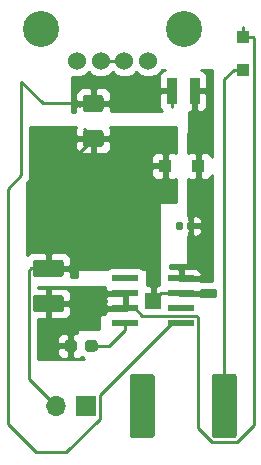
<source format=gbr>
G04 #@! TF.GenerationSoftware,KiCad,Pcbnew,(5.0.0-3-g5ebb6b6)*
G04 #@! TF.CreationDate,2018-10-03T13:59:26-07:00*
G04 #@! TF.ProjectId,Phone Charger,50686F6E6520436861726765722E6B69,rev?*
G04 #@! TF.SameCoordinates,Original*
G04 #@! TF.FileFunction,Copper,L1,Top,Signal*
G04 #@! TF.FilePolarity,Positive*
%FSLAX46Y46*%
G04 Gerber Fmt 4.6, Leading zero omitted, Abs format (unit mm)*
G04 Created by KiCad (PCBNEW (5.0.0-3-g5ebb6b6)) date Wednesday, October 03, 2018 at 01:59:26 PM*
%MOMM*%
%LPD*%
G01*
G04 APERTURE LIST*
G04 #@! TA.AperFunction,Conductor*
%ADD10C,0.100000*%
G04 #@! TD*
G04 #@! TA.AperFunction,SMDPad,CuDef*
%ADD11C,0.590000*%
G04 #@! TD*
G04 #@! TA.AperFunction,SMDPad,CuDef*
%ADD12C,1.425000*%
G04 #@! TD*
G04 #@! TA.AperFunction,ComponentPad*
%ADD13R,1.700000X1.700000*%
G04 #@! TD*
G04 #@! TA.AperFunction,ComponentPad*
%ADD14O,1.700000X1.700000*%
G04 #@! TD*
G04 #@! TA.AperFunction,ComponentPad*
%ADD15C,1.524000*%
G04 #@! TD*
G04 #@! TA.AperFunction,ComponentPad*
%ADD16C,3.048000*%
G04 #@! TD*
G04 #@! TA.AperFunction,SMDPad,CuDef*
%ADD17R,1.100000X1.100000*%
G04 #@! TD*
G04 #@! TA.AperFunction,SMDPad,CuDef*
%ADD18C,2.100000*%
G04 #@! TD*
G04 #@! TA.AperFunction,SMDPad,CuDef*
%ADD19R,0.850000X2.300000*%
G04 #@! TD*
G04 #@! TA.AperFunction,SMDPad,CuDef*
%ADD20C,0.950000*%
G04 #@! TD*
G04 #@! TA.AperFunction,SMDPad,CuDef*
%ADD21R,2.184400X0.558800*%
G04 #@! TD*
G04 #@! TA.AperFunction,SMDPad,CuDef*
%ADD22R,1.400000X1.400000*%
G04 #@! TD*
G04 #@! TA.AperFunction,ViaPad*
%ADD23C,0.800000*%
G04 #@! TD*
G04 #@! TA.AperFunction,Conductor*
%ADD24C,0.250000*%
G04 #@! TD*
G04 #@! TA.AperFunction,Conductor*
%ADD25C,0.254000*%
G04 #@! TD*
G04 APERTURE END LIST*
D10*
G04 #@! TO.N,Net-(C2-Pad1)*
G04 #@! TO.C,C2*
G36*
X153496958Y-93660710D02*
X153511276Y-93662834D01*
X153525317Y-93666351D01*
X153538946Y-93671228D01*
X153552031Y-93677417D01*
X153564447Y-93684858D01*
X153576073Y-93693481D01*
X153586798Y-93703202D01*
X153596519Y-93713927D01*
X153605142Y-93725553D01*
X153612583Y-93737969D01*
X153618772Y-93751054D01*
X153623649Y-93764683D01*
X153627166Y-93778724D01*
X153629290Y-93793042D01*
X153630000Y-93807500D01*
X153630000Y-94152500D01*
X153629290Y-94166958D01*
X153627166Y-94181276D01*
X153623649Y-94195317D01*
X153618772Y-94208946D01*
X153612583Y-94222031D01*
X153605142Y-94234447D01*
X153596519Y-94246073D01*
X153586798Y-94256798D01*
X153576073Y-94266519D01*
X153564447Y-94275142D01*
X153552031Y-94282583D01*
X153538946Y-94288772D01*
X153525317Y-94293649D01*
X153511276Y-94297166D01*
X153496958Y-94299290D01*
X153482500Y-94300000D01*
X153187500Y-94300000D01*
X153173042Y-94299290D01*
X153158724Y-94297166D01*
X153144683Y-94293649D01*
X153131054Y-94288772D01*
X153117969Y-94282583D01*
X153105553Y-94275142D01*
X153093927Y-94266519D01*
X153083202Y-94256798D01*
X153073481Y-94246073D01*
X153064858Y-94234447D01*
X153057417Y-94222031D01*
X153051228Y-94208946D01*
X153046351Y-94195317D01*
X153042834Y-94181276D01*
X153040710Y-94166958D01*
X153040000Y-94152500D01*
X153040000Y-93807500D01*
X153040710Y-93793042D01*
X153042834Y-93778724D01*
X153046351Y-93764683D01*
X153051228Y-93751054D01*
X153057417Y-93737969D01*
X153064858Y-93725553D01*
X153073481Y-93713927D01*
X153083202Y-93703202D01*
X153093927Y-93693481D01*
X153105553Y-93684858D01*
X153117969Y-93677417D01*
X153131054Y-93671228D01*
X153144683Y-93666351D01*
X153158724Y-93662834D01*
X153173042Y-93660710D01*
X153187500Y-93660000D01*
X153482500Y-93660000D01*
X153496958Y-93660710D01*
X153496958Y-93660710D01*
G37*
D11*
G04 #@! TD*
G04 #@! TO.P,C2,1*
G04 #@! TO.N,Net-(C2-Pad1)*
X153335000Y-93980000D03*
D10*
G04 #@! TO.N,Net-(C2-Pad2)*
G04 #@! TO.C,C2*
G36*
X154466958Y-93660710D02*
X154481276Y-93662834D01*
X154495317Y-93666351D01*
X154508946Y-93671228D01*
X154522031Y-93677417D01*
X154534447Y-93684858D01*
X154546073Y-93693481D01*
X154556798Y-93703202D01*
X154566519Y-93713927D01*
X154575142Y-93725553D01*
X154582583Y-93737969D01*
X154588772Y-93751054D01*
X154593649Y-93764683D01*
X154597166Y-93778724D01*
X154599290Y-93793042D01*
X154600000Y-93807500D01*
X154600000Y-94152500D01*
X154599290Y-94166958D01*
X154597166Y-94181276D01*
X154593649Y-94195317D01*
X154588772Y-94208946D01*
X154582583Y-94222031D01*
X154575142Y-94234447D01*
X154566519Y-94246073D01*
X154556798Y-94256798D01*
X154546073Y-94266519D01*
X154534447Y-94275142D01*
X154522031Y-94282583D01*
X154508946Y-94288772D01*
X154495317Y-94293649D01*
X154481276Y-94297166D01*
X154466958Y-94299290D01*
X154452500Y-94300000D01*
X154157500Y-94300000D01*
X154143042Y-94299290D01*
X154128724Y-94297166D01*
X154114683Y-94293649D01*
X154101054Y-94288772D01*
X154087969Y-94282583D01*
X154075553Y-94275142D01*
X154063927Y-94266519D01*
X154053202Y-94256798D01*
X154043481Y-94246073D01*
X154034858Y-94234447D01*
X154027417Y-94222031D01*
X154021228Y-94208946D01*
X154016351Y-94195317D01*
X154012834Y-94181276D01*
X154010710Y-94166958D01*
X154010000Y-94152500D01*
X154010000Y-93807500D01*
X154010710Y-93793042D01*
X154012834Y-93778724D01*
X154016351Y-93764683D01*
X154021228Y-93751054D01*
X154027417Y-93737969D01*
X154034858Y-93725553D01*
X154043481Y-93713927D01*
X154053202Y-93703202D01*
X154063927Y-93693481D01*
X154075553Y-93684858D01*
X154087969Y-93677417D01*
X154101054Y-93671228D01*
X154114683Y-93666351D01*
X154128724Y-93662834D01*
X154143042Y-93660710D01*
X154157500Y-93660000D01*
X154452500Y-93660000D01*
X154466958Y-93660710D01*
X154466958Y-93660710D01*
G37*
D11*
G04 #@! TD*
G04 #@! TO.P,C2,2*
G04 #@! TO.N,Net-(C2-Pad2)*
X154305000Y-93980000D03*
D10*
G04 #@! TO.N,VBUS*
G04 #@! TO.C,C3*
G36*
X146699504Y-82891204D02*
X146723773Y-82894804D01*
X146747571Y-82900765D01*
X146770671Y-82909030D01*
X146792849Y-82919520D01*
X146813893Y-82932133D01*
X146833598Y-82946747D01*
X146851777Y-82963223D01*
X146868253Y-82981402D01*
X146882867Y-83001107D01*
X146895480Y-83022151D01*
X146905970Y-83044329D01*
X146914235Y-83067429D01*
X146920196Y-83091227D01*
X146923796Y-83115496D01*
X146925000Y-83140000D01*
X146925000Y-84065000D01*
X146923796Y-84089504D01*
X146920196Y-84113773D01*
X146914235Y-84137571D01*
X146905970Y-84160671D01*
X146895480Y-84182849D01*
X146882867Y-84203893D01*
X146868253Y-84223598D01*
X146851777Y-84241777D01*
X146833598Y-84258253D01*
X146813893Y-84272867D01*
X146792849Y-84285480D01*
X146770671Y-84295970D01*
X146747571Y-84304235D01*
X146723773Y-84310196D01*
X146699504Y-84313796D01*
X146675000Y-84315000D01*
X145425000Y-84315000D01*
X145400496Y-84313796D01*
X145376227Y-84310196D01*
X145352429Y-84304235D01*
X145329329Y-84295970D01*
X145307151Y-84285480D01*
X145286107Y-84272867D01*
X145266402Y-84258253D01*
X145248223Y-84241777D01*
X145231747Y-84223598D01*
X145217133Y-84203893D01*
X145204520Y-84182849D01*
X145194030Y-84160671D01*
X145185765Y-84137571D01*
X145179804Y-84113773D01*
X145176204Y-84089504D01*
X145175000Y-84065000D01*
X145175000Y-83140000D01*
X145176204Y-83115496D01*
X145179804Y-83091227D01*
X145185765Y-83067429D01*
X145194030Y-83044329D01*
X145204520Y-83022151D01*
X145217133Y-83001107D01*
X145231747Y-82981402D01*
X145248223Y-82963223D01*
X145266402Y-82946747D01*
X145286107Y-82932133D01*
X145307151Y-82919520D01*
X145329329Y-82909030D01*
X145352429Y-82900765D01*
X145376227Y-82894804D01*
X145400496Y-82891204D01*
X145425000Y-82890000D01*
X146675000Y-82890000D01*
X146699504Y-82891204D01*
X146699504Y-82891204D01*
G37*
D12*
G04 #@! TD*
G04 #@! TO.P,C3,1*
G04 #@! TO.N,VBUS*
X146050000Y-83602500D03*
D10*
G04 #@! TO.N,GND*
G04 #@! TO.C,C3*
G36*
X146699504Y-85866204D02*
X146723773Y-85869804D01*
X146747571Y-85875765D01*
X146770671Y-85884030D01*
X146792849Y-85894520D01*
X146813893Y-85907133D01*
X146833598Y-85921747D01*
X146851777Y-85938223D01*
X146868253Y-85956402D01*
X146882867Y-85976107D01*
X146895480Y-85997151D01*
X146905970Y-86019329D01*
X146914235Y-86042429D01*
X146920196Y-86066227D01*
X146923796Y-86090496D01*
X146925000Y-86115000D01*
X146925000Y-87040000D01*
X146923796Y-87064504D01*
X146920196Y-87088773D01*
X146914235Y-87112571D01*
X146905970Y-87135671D01*
X146895480Y-87157849D01*
X146882867Y-87178893D01*
X146868253Y-87198598D01*
X146851777Y-87216777D01*
X146833598Y-87233253D01*
X146813893Y-87247867D01*
X146792849Y-87260480D01*
X146770671Y-87270970D01*
X146747571Y-87279235D01*
X146723773Y-87285196D01*
X146699504Y-87288796D01*
X146675000Y-87290000D01*
X145425000Y-87290000D01*
X145400496Y-87288796D01*
X145376227Y-87285196D01*
X145352429Y-87279235D01*
X145329329Y-87270970D01*
X145307151Y-87260480D01*
X145286107Y-87247867D01*
X145266402Y-87233253D01*
X145248223Y-87216777D01*
X145231747Y-87198598D01*
X145217133Y-87178893D01*
X145204520Y-87157849D01*
X145194030Y-87135671D01*
X145185765Y-87112571D01*
X145179804Y-87088773D01*
X145176204Y-87064504D01*
X145175000Y-87040000D01*
X145175000Y-86115000D01*
X145176204Y-86090496D01*
X145179804Y-86066227D01*
X145185765Y-86042429D01*
X145194030Y-86019329D01*
X145204520Y-85997151D01*
X145217133Y-85976107D01*
X145231747Y-85956402D01*
X145248223Y-85938223D01*
X145266402Y-85921747D01*
X145286107Y-85907133D01*
X145307151Y-85894520D01*
X145329329Y-85884030D01*
X145352429Y-85875765D01*
X145376227Y-85869804D01*
X145400496Y-85866204D01*
X145425000Y-85865000D01*
X146675000Y-85865000D01*
X146699504Y-85866204D01*
X146699504Y-85866204D01*
G37*
D12*
G04 #@! TD*
G04 #@! TO.P,C3,2*
G04 #@! TO.N,GND*
X146050000Y-86577500D03*
D10*
G04 #@! TO.N,+12V*
G04 #@! TO.C,C1*
G36*
X143339504Y-99836204D02*
X143363773Y-99839804D01*
X143387571Y-99845765D01*
X143410671Y-99854030D01*
X143432849Y-99864520D01*
X143453893Y-99877133D01*
X143473598Y-99891747D01*
X143491777Y-99908223D01*
X143508253Y-99926402D01*
X143522867Y-99946107D01*
X143535480Y-99967151D01*
X143545970Y-99989329D01*
X143554235Y-100012429D01*
X143560196Y-100036227D01*
X143563796Y-100060496D01*
X143565000Y-100085000D01*
X143565000Y-101010000D01*
X143563796Y-101034504D01*
X143560196Y-101058773D01*
X143554235Y-101082571D01*
X143545970Y-101105671D01*
X143535480Y-101127849D01*
X143522867Y-101148893D01*
X143508253Y-101168598D01*
X143491777Y-101186777D01*
X143473598Y-101203253D01*
X143453893Y-101217867D01*
X143432849Y-101230480D01*
X143410671Y-101240970D01*
X143387571Y-101249235D01*
X143363773Y-101255196D01*
X143339504Y-101258796D01*
X143315000Y-101260000D01*
X141165000Y-101260000D01*
X141140496Y-101258796D01*
X141116227Y-101255196D01*
X141092429Y-101249235D01*
X141069329Y-101240970D01*
X141047151Y-101230480D01*
X141026107Y-101217867D01*
X141006402Y-101203253D01*
X140988223Y-101186777D01*
X140971747Y-101168598D01*
X140957133Y-101148893D01*
X140944520Y-101127849D01*
X140934030Y-101105671D01*
X140925765Y-101082571D01*
X140919804Y-101058773D01*
X140916204Y-101034504D01*
X140915000Y-101010000D01*
X140915000Y-100085000D01*
X140916204Y-100060496D01*
X140919804Y-100036227D01*
X140925765Y-100012429D01*
X140934030Y-99989329D01*
X140944520Y-99967151D01*
X140957133Y-99946107D01*
X140971747Y-99926402D01*
X140988223Y-99908223D01*
X141006402Y-99891747D01*
X141026107Y-99877133D01*
X141047151Y-99864520D01*
X141069329Y-99854030D01*
X141092429Y-99845765D01*
X141116227Y-99839804D01*
X141140496Y-99836204D01*
X141165000Y-99835000D01*
X143315000Y-99835000D01*
X143339504Y-99836204D01*
X143339504Y-99836204D01*
G37*
D12*
G04 #@! TD*
G04 #@! TO.P,C1,1*
G04 #@! TO.N,+12V*
X142240000Y-100547500D03*
D10*
G04 #@! TO.N,GND*
G04 #@! TO.C,C1*
G36*
X143339504Y-96861204D02*
X143363773Y-96864804D01*
X143387571Y-96870765D01*
X143410671Y-96879030D01*
X143432849Y-96889520D01*
X143453893Y-96902133D01*
X143473598Y-96916747D01*
X143491777Y-96933223D01*
X143508253Y-96951402D01*
X143522867Y-96971107D01*
X143535480Y-96992151D01*
X143545970Y-97014329D01*
X143554235Y-97037429D01*
X143560196Y-97061227D01*
X143563796Y-97085496D01*
X143565000Y-97110000D01*
X143565000Y-98035000D01*
X143563796Y-98059504D01*
X143560196Y-98083773D01*
X143554235Y-98107571D01*
X143545970Y-98130671D01*
X143535480Y-98152849D01*
X143522867Y-98173893D01*
X143508253Y-98193598D01*
X143491777Y-98211777D01*
X143473598Y-98228253D01*
X143453893Y-98242867D01*
X143432849Y-98255480D01*
X143410671Y-98265970D01*
X143387571Y-98274235D01*
X143363773Y-98280196D01*
X143339504Y-98283796D01*
X143315000Y-98285000D01*
X141165000Y-98285000D01*
X141140496Y-98283796D01*
X141116227Y-98280196D01*
X141092429Y-98274235D01*
X141069329Y-98265970D01*
X141047151Y-98255480D01*
X141026107Y-98242867D01*
X141006402Y-98228253D01*
X140988223Y-98211777D01*
X140971747Y-98193598D01*
X140957133Y-98173893D01*
X140944520Y-98152849D01*
X140934030Y-98130671D01*
X140925765Y-98107571D01*
X140919804Y-98083773D01*
X140916204Y-98059504D01*
X140915000Y-98035000D01*
X140915000Y-97110000D01*
X140916204Y-97085496D01*
X140919804Y-97061227D01*
X140925765Y-97037429D01*
X140934030Y-97014329D01*
X140944520Y-96992151D01*
X140957133Y-96971107D01*
X140971747Y-96951402D01*
X140988223Y-96933223D01*
X141006402Y-96916747D01*
X141026107Y-96902133D01*
X141047151Y-96889520D01*
X141069329Y-96879030D01*
X141092429Y-96870765D01*
X141116227Y-96864804D01*
X141140496Y-96861204D01*
X141165000Y-96860000D01*
X143315000Y-96860000D01*
X143339504Y-96861204D01*
X143339504Y-96861204D01*
G37*
D12*
G04 #@! TD*
G04 #@! TO.P,C1,2*
G04 #@! TO.N,GND*
X142240000Y-97572500D03*
D13*
G04 #@! TO.P,U1,1*
G04 #@! TO.N,Net-(F1-Pad2)*
X145415000Y-109220000D03*
D14*
G04 #@! TO.P,U1,2*
G04 #@! TO.N,GND*
X142875000Y-109220000D03*
G04 #@! TD*
D15*
G04 #@! TO.P,J1,1*
G04 #@! TO.N,+5V*
X150703280Y-80010000D03*
G04 #@! TO.P,J1,2*
G04 #@! TO.N,Net-(J1-Pad2)*
X148691600Y-80010000D03*
G04 #@! TO.P,J1,3*
X146685000Y-80010000D03*
G04 #@! TO.P,J1,4*
G04 #@! TO.N,GND*
X144673320Y-80010000D03*
D16*
G04 #@! TO.P,J1,5*
G04 #@! TO.N,Net-(J1-Pad5)*
X153763980Y-77292200D03*
G04 #@! TO.P,J1,6*
G04 #@! TO.N,N/C*
X141612620Y-77292200D03*
G04 #@! TD*
D17*
G04 #@! TO.P,D2,2*
G04 #@! TO.N,GND*
X152140000Y-88900000D03*
G04 #@! TO.P,D2,1*
G04 #@! TO.N,Net-(C2-Pad2)*
X154940000Y-88900000D03*
G04 #@! TD*
G04 #@! TO.P,D1,1*
G04 #@! TO.N,+12V*
X158750000Y-77975000D03*
G04 #@! TO.P,D1,2*
G04 #@! TO.N,Net-(D1-Pad2)*
X158750000Y-80775000D03*
G04 #@! TD*
D10*
G04 #@! TO.N,Net-(D1-Pad2)*
G04 #@! TO.C,F1*
G36*
X157969504Y-106496204D02*
X157993773Y-106499804D01*
X158017571Y-106505765D01*
X158040671Y-106514030D01*
X158062849Y-106524520D01*
X158083893Y-106537133D01*
X158103598Y-106551747D01*
X158121777Y-106568223D01*
X158138253Y-106586402D01*
X158152867Y-106606107D01*
X158165480Y-106627151D01*
X158175970Y-106649329D01*
X158184235Y-106672429D01*
X158190196Y-106696227D01*
X158193796Y-106720496D01*
X158195000Y-106745000D01*
X158195000Y-111695000D01*
X158193796Y-111719504D01*
X158190196Y-111743773D01*
X158184235Y-111767571D01*
X158175970Y-111790671D01*
X158165480Y-111812849D01*
X158152867Y-111833893D01*
X158138253Y-111853598D01*
X158121777Y-111871777D01*
X158103598Y-111888253D01*
X158083893Y-111902867D01*
X158062849Y-111915480D01*
X158040671Y-111925970D01*
X158017571Y-111934235D01*
X157993773Y-111940196D01*
X157969504Y-111943796D01*
X157945000Y-111945000D01*
X156345000Y-111945000D01*
X156320496Y-111943796D01*
X156296227Y-111940196D01*
X156272429Y-111934235D01*
X156249329Y-111925970D01*
X156227151Y-111915480D01*
X156206107Y-111902867D01*
X156186402Y-111888253D01*
X156168223Y-111871777D01*
X156151747Y-111853598D01*
X156137133Y-111833893D01*
X156124520Y-111812849D01*
X156114030Y-111790671D01*
X156105765Y-111767571D01*
X156099804Y-111743773D01*
X156096204Y-111719504D01*
X156095000Y-111695000D01*
X156095000Y-106745000D01*
X156096204Y-106720496D01*
X156099804Y-106696227D01*
X156105765Y-106672429D01*
X156114030Y-106649329D01*
X156124520Y-106627151D01*
X156137133Y-106606107D01*
X156151747Y-106586402D01*
X156168223Y-106568223D01*
X156186402Y-106551747D01*
X156206107Y-106537133D01*
X156227151Y-106524520D01*
X156249329Y-106514030D01*
X156272429Y-106505765D01*
X156296227Y-106499804D01*
X156320496Y-106496204D01*
X156345000Y-106495000D01*
X157945000Y-106495000D01*
X157969504Y-106496204D01*
X157969504Y-106496204D01*
G37*
D18*
G04 #@! TD*
G04 #@! TO.P,F1,1*
G04 #@! TO.N,Net-(D1-Pad2)*
X157145000Y-109220000D03*
D10*
G04 #@! TO.N,Net-(F1-Pad2)*
G04 #@! TO.C,F1*
G36*
X151019504Y-106496204D02*
X151043773Y-106499804D01*
X151067571Y-106505765D01*
X151090671Y-106514030D01*
X151112849Y-106524520D01*
X151133893Y-106537133D01*
X151153598Y-106551747D01*
X151171777Y-106568223D01*
X151188253Y-106586402D01*
X151202867Y-106606107D01*
X151215480Y-106627151D01*
X151225970Y-106649329D01*
X151234235Y-106672429D01*
X151240196Y-106696227D01*
X151243796Y-106720496D01*
X151245000Y-106745000D01*
X151245000Y-111695000D01*
X151243796Y-111719504D01*
X151240196Y-111743773D01*
X151234235Y-111767571D01*
X151225970Y-111790671D01*
X151215480Y-111812849D01*
X151202867Y-111833893D01*
X151188253Y-111853598D01*
X151171777Y-111871777D01*
X151153598Y-111888253D01*
X151133893Y-111902867D01*
X151112849Y-111915480D01*
X151090671Y-111925970D01*
X151067571Y-111934235D01*
X151043773Y-111940196D01*
X151019504Y-111943796D01*
X150995000Y-111945000D01*
X149395000Y-111945000D01*
X149370496Y-111943796D01*
X149346227Y-111940196D01*
X149322429Y-111934235D01*
X149299329Y-111925970D01*
X149277151Y-111915480D01*
X149256107Y-111902867D01*
X149236402Y-111888253D01*
X149218223Y-111871777D01*
X149201747Y-111853598D01*
X149187133Y-111833893D01*
X149174520Y-111812849D01*
X149164030Y-111790671D01*
X149155765Y-111767571D01*
X149149804Y-111743773D01*
X149146204Y-111719504D01*
X149145000Y-111695000D01*
X149145000Y-106745000D01*
X149146204Y-106720496D01*
X149149804Y-106696227D01*
X149155765Y-106672429D01*
X149164030Y-106649329D01*
X149174520Y-106627151D01*
X149187133Y-106606107D01*
X149201747Y-106586402D01*
X149218223Y-106568223D01*
X149236402Y-106551747D01*
X149256107Y-106537133D01*
X149277151Y-106524520D01*
X149299329Y-106514030D01*
X149322429Y-106505765D01*
X149346227Y-106499804D01*
X149370496Y-106496204D01*
X149395000Y-106495000D01*
X150995000Y-106495000D01*
X151019504Y-106496204D01*
X151019504Y-106496204D01*
G37*
D18*
G04 #@! TD*
G04 #@! TO.P,F1,2*
G04 #@! TO.N,Net-(F1-Pad2)*
X150195000Y-109220000D03*
D19*
G04 #@! TO.P,L1,1*
G04 #@! TO.N,Net-(C2-Pad2)*
X154645000Y-82550000D03*
G04 #@! TO.P,L1,2*
G04 #@! TO.N,VBUS*
X152695000Y-82550000D03*
G04 #@! TD*
D10*
G04 #@! TO.N,+12V*
G04 #@! TO.C,R1*
G36*
X144455779Y-103666144D02*
X144478834Y-103669563D01*
X144501443Y-103675227D01*
X144523387Y-103683079D01*
X144544457Y-103693044D01*
X144564448Y-103705026D01*
X144583168Y-103718910D01*
X144600438Y-103734562D01*
X144616090Y-103751832D01*
X144629974Y-103770552D01*
X144641956Y-103790543D01*
X144651921Y-103811613D01*
X144659773Y-103833557D01*
X144665437Y-103856166D01*
X144668856Y-103879221D01*
X144670000Y-103902500D01*
X144670000Y-104377500D01*
X144668856Y-104400779D01*
X144665437Y-104423834D01*
X144659773Y-104446443D01*
X144651921Y-104468387D01*
X144641956Y-104489457D01*
X144629974Y-104509448D01*
X144616090Y-104528168D01*
X144600438Y-104545438D01*
X144583168Y-104561090D01*
X144564448Y-104574974D01*
X144544457Y-104586956D01*
X144523387Y-104596921D01*
X144501443Y-104604773D01*
X144478834Y-104610437D01*
X144455779Y-104613856D01*
X144432500Y-104615000D01*
X143857500Y-104615000D01*
X143834221Y-104613856D01*
X143811166Y-104610437D01*
X143788557Y-104604773D01*
X143766613Y-104596921D01*
X143745543Y-104586956D01*
X143725552Y-104574974D01*
X143706832Y-104561090D01*
X143689562Y-104545438D01*
X143673910Y-104528168D01*
X143660026Y-104509448D01*
X143648044Y-104489457D01*
X143638079Y-104468387D01*
X143630227Y-104446443D01*
X143624563Y-104423834D01*
X143621144Y-104400779D01*
X143620000Y-104377500D01*
X143620000Y-103902500D01*
X143621144Y-103879221D01*
X143624563Y-103856166D01*
X143630227Y-103833557D01*
X143638079Y-103811613D01*
X143648044Y-103790543D01*
X143660026Y-103770552D01*
X143673910Y-103751832D01*
X143689562Y-103734562D01*
X143706832Y-103718910D01*
X143725552Y-103705026D01*
X143745543Y-103693044D01*
X143766613Y-103683079D01*
X143788557Y-103675227D01*
X143811166Y-103669563D01*
X143834221Y-103666144D01*
X143857500Y-103665000D01*
X144432500Y-103665000D01*
X144455779Y-103666144D01*
X144455779Y-103666144D01*
G37*
D20*
G04 #@! TD*
G04 #@! TO.P,R1,1*
G04 #@! TO.N,+12V*
X144145000Y-104140000D03*
D10*
G04 #@! TO.N,Net-(R1-Pad2)*
G04 #@! TO.C,R1*
G36*
X146205779Y-103666144D02*
X146228834Y-103669563D01*
X146251443Y-103675227D01*
X146273387Y-103683079D01*
X146294457Y-103693044D01*
X146314448Y-103705026D01*
X146333168Y-103718910D01*
X146350438Y-103734562D01*
X146366090Y-103751832D01*
X146379974Y-103770552D01*
X146391956Y-103790543D01*
X146401921Y-103811613D01*
X146409773Y-103833557D01*
X146415437Y-103856166D01*
X146418856Y-103879221D01*
X146420000Y-103902500D01*
X146420000Y-104377500D01*
X146418856Y-104400779D01*
X146415437Y-104423834D01*
X146409773Y-104446443D01*
X146401921Y-104468387D01*
X146391956Y-104489457D01*
X146379974Y-104509448D01*
X146366090Y-104528168D01*
X146350438Y-104545438D01*
X146333168Y-104561090D01*
X146314448Y-104574974D01*
X146294457Y-104586956D01*
X146273387Y-104596921D01*
X146251443Y-104604773D01*
X146228834Y-104610437D01*
X146205779Y-104613856D01*
X146182500Y-104615000D01*
X145607500Y-104615000D01*
X145584221Y-104613856D01*
X145561166Y-104610437D01*
X145538557Y-104604773D01*
X145516613Y-104596921D01*
X145495543Y-104586956D01*
X145475552Y-104574974D01*
X145456832Y-104561090D01*
X145439562Y-104545438D01*
X145423910Y-104528168D01*
X145410026Y-104509448D01*
X145398044Y-104489457D01*
X145388079Y-104468387D01*
X145380227Y-104446443D01*
X145374563Y-104423834D01*
X145371144Y-104400779D01*
X145370000Y-104377500D01*
X145370000Y-103902500D01*
X145371144Y-103879221D01*
X145374563Y-103856166D01*
X145380227Y-103833557D01*
X145388079Y-103811613D01*
X145398044Y-103790543D01*
X145410026Y-103770552D01*
X145423910Y-103751832D01*
X145439562Y-103734562D01*
X145456832Y-103718910D01*
X145475552Y-103705026D01*
X145495543Y-103693044D01*
X145516613Y-103683079D01*
X145538557Y-103675227D01*
X145561166Y-103669563D01*
X145584221Y-103666144D01*
X145607500Y-103665000D01*
X146182500Y-103665000D01*
X146205779Y-103666144D01*
X146205779Y-103666144D01*
G37*
D20*
G04 #@! TD*
G04 #@! TO.P,R1,2*
G04 #@! TO.N,Net-(R1-Pad2)*
X145895000Y-104140000D03*
D21*
G04 #@! TO.P,U2,1*
G04 #@! TO.N,Net-(C2-Pad1)*
X148767800Y-98425000D03*
G04 #@! TO.P,U2,2*
G04 #@! TO.N,+12V*
X148767800Y-99695000D03*
G04 #@! TO.P,U2,3*
X148767800Y-100965000D03*
G04 #@! TO.P,U2,4*
G04 #@! TO.N,Net-(R1-Pad2)*
X148767800Y-102235000D03*
G04 #@! TO.P,U2,5*
G04 #@! TO.N,VBUS*
X153492200Y-102235000D03*
G04 #@! TO.P,U2,6*
G04 #@! TO.N,Net-(U2-Pad6)*
X153492200Y-100965000D03*
G04 #@! TO.P,U2,7*
G04 #@! TO.N,GND*
X153492200Y-99695000D03*
G04 #@! TO.P,U2,8*
G04 #@! TO.N,Net-(C2-Pad2)*
X153492200Y-98425000D03*
D22*
G04 #@! TO.P,U2,EPAD*
G04 #@! TO.N,GND*
X151130000Y-100330000D03*
G04 #@! TD*
D23*
G04 #@! TO.N,+12V*
X141986000Y-103886000D03*
X145288000Y-100584000D03*
G04 #@! TO.N,VBUS*
X149606000Y-82550000D03*
G04 #@! TO.N,GND*
X151130000Y-100330000D03*
X141986000Y-87376000D03*
X146177000Y-91567000D03*
X151765000Y-86614000D03*
X149860000Y-95885000D03*
X141605000Y-95250000D03*
G04 #@! TO.N,Net-(C2-Pad2)*
X155194000Y-96393000D03*
X155067000Y-91440000D03*
X155194000Y-85852000D03*
G04 #@! TD*
D24*
G04 #@! TO.N,Net-(C2-Pad1)*
X148890000Y-98425000D02*
X148767800Y-98425000D01*
G04 #@! TO.N,+12V*
X158750000Y-77975000D02*
X158750000Y-77175000D01*
X149580600Y-99695000D02*
X148767800Y-99695000D01*
X149580600Y-100965000D02*
X148767800Y-100965000D01*
X150185001Y-101569401D02*
X149580600Y-100965000D01*
X154783203Y-101569401D02*
X150185001Y-101569401D01*
X154909401Y-101695599D02*
X154783203Y-101569401D01*
X154909401Y-111072591D02*
X154909401Y-101695599D01*
X156106820Y-112270010D02*
X154909401Y-111072591D01*
X158183180Y-112270010D02*
X156106820Y-112270010D01*
X159625001Y-110828189D02*
X158183180Y-112270010D01*
X159625001Y-78050001D02*
X159625001Y-110828189D01*
X159550000Y-77975000D02*
X159625001Y-78050001D01*
X158750000Y-77975000D02*
X159550000Y-77975000D01*
G04 #@! TO.N,Net-(R1-Pad2)*
X148767800Y-102764400D02*
X148767800Y-102235000D01*
X147392200Y-104140000D02*
X148767800Y-102764400D01*
X145895000Y-104140000D02*
X147392200Y-104140000D01*
G04 #@! TO.N,VBUS*
X152695000Y-82550000D02*
X152695000Y-83950000D01*
X145075000Y-83602500D02*
X144857500Y-83820000D01*
X146050000Y-83602500D02*
X146050000Y-83602500D01*
X146590001Y-110330001D02*
X143763002Y-113157000D01*
X152679400Y-102235000D02*
X146590001Y-108324399D01*
X146590001Y-108324399D02*
X146590001Y-110330001D01*
X153492200Y-102235000D02*
X152679400Y-102235000D01*
X143763002Y-113157000D02*
X141224000Y-113157000D01*
X141224000Y-113157000D02*
X138811000Y-110744000D01*
X138811000Y-90841500D02*
X139954000Y-89698500D01*
X138811000Y-110744000D02*
X138811000Y-90841500D01*
X139954000Y-89698500D02*
X139954000Y-81788000D01*
X141768500Y-83602500D02*
X146050000Y-83602500D01*
X139954000Y-81788000D02*
X141768500Y-83602500D01*
X146050000Y-83602500D02*
X145075000Y-83602500D01*
G04 #@! TO.N,GND*
X151765000Y-99695000D02*
X151130000Y-100330000D01*
X153492200Y-99695000D02*
X151765000Y-99695000D01*
X145278653Y-85806153D02*
X146050000Y-86577500D01*
X143727500Y-88900000D02*
X146050000Y-86577500D01*
X142875000Y-88900000D02*
X143727500Y-88900000D01*
X142025001Y-108370001D02*
X142875000Y-109220000D01*
X140589990Y-106934990D02*
X142025001Y-108370001D01*
X140589990Y-97797510D02*
X140589990Y-106934990D01*
X140815000Y-97572500D02*
X140589990Y-97797510D01*
X142240000Y-97572500D02*
X140815000Y-97572500D01*
X151130000Y-100330000D02*
X151130000Y-100330000D01*
G04 #@! TO.N,Net-(D1-Pad2)*
X157950000Y-80775000D02*
X158750000Y-80775000D01*
X157145000Y-81580000D02*
X157950000Y-80775000D01*
X157145000Y-109220000D02*
X157145000Y-81580000D01*
G04 #@! TO.N,Net-(J1-Pad2)*
X148691600Y-80010000D02*
X146685000Y-80010000D01*
G04 #@! TD*
D25*
G04 #@! TO.N,+12V*
G36*
X147040600Y-99289290D02*
X147040600Y-99409250D01*
X147199350Y-99568000D01*
X148640800Y-99568000D01*
X148640800Y-99548000D01*
X148894800Y-99548000D01*
X148894800Y-99568000D01*
X148914800Y-99568000D01*
X148914800Y-99822000D01*
X148894800Y-99822000D01*
X148894800Y-100838000D01*
X148914800Y-100838000D01*
X148914800Y-101092000D01*
X148894800Y-101092000D01*
X148894800Y-101112000D01*
X148640800Y-101112000D01*
X148640800Y-101092000D01*
X147199350Y-101092000D01*
X147040600Y-101250750D01*
X147040600Y-101370710D01*
X147082970Y-101473000D01*
X146685000Y-101473000D01*
X146636399Y-101482667D01*
X146595197Y-101510197D01*
X146567667Y-101551399D01*
X146558000Y-101600000D01*
X146558000Y-102743000D01*
X144780000Y-102743000D01*
X144731399Y-102752667D01*
X144690197Y-102780197D01*
X144662667Y-102821399D01*
X144653000Y-102870000D01*
X144656792Y-102900802D01*
X144689091Y-103030000D01*
X144430750Y-103030000D01*
X144272000Y-103188750D01*
X144272000Y-104013000D01*
X144292000Y-104013000D01*
X144292000Y-104267000D01*
X144272000Y-104267000D01*
X144272000Y-105091250D01*
X144430750Y-105250000D01*
X144796309Y-105250000D01*
X145029698Y-105153327D01*
X145100460Y-105082565D01*
X145222642Y-105164204D01*
X145252341Y-105283000D01*
X141349990Y-105283000D01*
X141349990Y-104425750D01*
X142985000Y-104425750D01*
X142985000Y-104741310D01*
X143081673Y-104974699D01*
X143260302Y-105153327D01*
X143493691Y-105250000D01*
X143859250Y-105250000D01*
X144018000Y-105091250D01*
X144018000Y-104267000D01*
X143143750Y-104267000D01*
X142985000Y-104425750D01*
X141349990Y-104425750D01*
X141349990Y-103538690D01*
X142985000Y-103538690D01*
X142985000Y-103854250D01*
X143143750Y-104013000D01*
X144018000Y-104013000D01*
X144018000Y-103188750D01*
X143859250Y-103030000D01*
X143493691Y-103030000D01*
X143260302Y-103126673D01*
X143081673Y-103305301D01*
X142985000Y-103538690D01*
X141349990Y-103538690D01*
X141349990Y-101895000D01*
X141954250Y-101895000D01*
X142113000Y-101736250D01*
X142113000Y-100674500D01*
X142367000Y-100674500D01*
X142367000Y-101736250D01*
X142525750Y-101895000D01*
X143691310Y-101895000D01*
X143924699Y-101798327D01*
X144103327Y-101619698D01*
X144200000Y-101386309D01*
X144200000Y-100833250D01*
X144041250Y-100674500D01*
X142367000Y-100674500D01*
X142113000Y-100674500D01*
X142093000Y-100674500D01*
X142093000Y-100420500D01*
X142113000Y-100420500D01*
X142113000Y-99358750D01*
X142367000Y-99358750D01*
X142367000Y-100420500D01*
X144041250Y-100420500D01*
X144200000Y-100261750D01*
X144200000Y-99980750D01*
X147040600Y-99980750D01*
X147040600Y-100100710D01*
X147135575Y-100330000D01*
X147040600Y-100559290D01*
X147040600Y-100679250D01*
X147199350Y-100838000D01*
X148640800Y-100838000D01*
X148640800Y-99822000D01*
X147199350Y-99822000D01*
X147040600Y-99980750D01*
X144200000Y-99980750D01*
X144200000Y-99708691D01*
X144103327Y-99475302D01*
X143924699Y-99296673D01*
X143691310Y-99200000D01*
X142525750Y-99200000D01*
X142367000Y-99358750D01*
X142113000Y-99358750D01*
X141954250Y-99200000D01*
X141349990Y-99200000D01*
X141349990Y-99187000D01*
X147082970Y-99187000D01*
X147040600Y-99289290D01*
X147040600Y-99289290D01*
G37*
X147040600Y-99289290D02*
X147040600Y-99409250D01*
X147199350Y-99568000D01*
X148640800Y-99568000D01*
X148640800Y-99548000D01*
X148894800Y-99548000D01*
X148894800Y-99568000D01*
X148914800Y-99568000D01*
X148914800Y-99822000D01*
X148894800Y-99822000D01*
X148894800Y-100838000D01*
X148914800Y-100838000D01*
X148914800Y-101092000D01*
X148894800Y-101092000D01*
X148894800Y-101112000D01*
X148640800Y-101112000D01*
X148640800Y-101092000D01*
X147199350Y-101092000D01*
X147040600Y-101250750D01*
X147040600Y-101370710D01*
X147082970Y-101473000D01*
X146685000Y-101473000D01*
X146636399Y-101482667D01*
X146595197Y-101510197D01*
X146567667Y-101551399D01*
X146558000Y-101600000D01*
X146558000Y-102743000D01*
X144780000Y-102743000D01*
X144731399Y-102752667D01*
X144690197Y-102780197D01*
X144662667Y-102821399D01*
X144653000Y-102870000D01*
X144656792Y-102900802D01*
X144689091Y-103030000D01*
X144430750Y-103030000D01*
X144272000Y-103188750D01*
X144272000Y-104013000D01*
X144292000Y-104013000D01*
X144292000Y-104267000D01*
X144272000Y-104267000D01*
X144272000Y-105091250D01*
X144430750Y-105250000D01*
X144796309Y-105250000D01*
X145029698Y-105153327D01*
X145100460Y-105082565D01*
X145222642Y-105164204D01*
X145252341Y-105283000D01*
X141349990Y-105283000D01*
X141349990Y-104425750D01*
X142985000Y-104425750D01*
X142985000Y-104741310D01*
X143081673Y-104974699D01*
X143260302Y-105153327D01*
X143493691Y-105250000D01*
X143859250Y-105250000D01*
X144018000Y-105091250D01*
X144018000Y-104267000D01*
X143143750Y-104267000D01*
X142985000Y-104425750D01*
X141349990Y-104425750D01*
X141349990Y-103538690D01*
X142985000Y-103538690D01*
X142985000Y-103854250D01*
X143143750Y-104013000D01*
X144018000Y-104013000D01*
X144018000Y-103188750D01*
X143859250Y-103030000D01*
X143493691Y-103030000D01*
X143260302Y-103126673D01*
X143081673Y-103305301D01*
X142985000Y-103538690D01*
X141349990Y-103538690D01*
X141349990Y-101895000D01*
X141954250Y-101895000D01*
X142113000Y-101736250D01*
X142113000Y-100674500D01*
X142367000Y-100674500D01*
X142367000Y-101736250D01*
X142525750Y-101895000D01*
X143691310Y-101895000D01*
X143924699Y-101798327D01*
X144103327Y-101619698D01*
X144200000Y-101386309D01*
X144200000Y-100833250D01*
X144041250Y-100674500D01*
X142367000Y-100674500D01*
X142113000Y-100674500D01*
X142093000Y-100674500D01*
X142093000Y-100420500D01*
X142113000Y-100420500D01*
X142113000Y-99358750D01*
X142367000Y-99358750D01*
X142367000Y-100420500D01*
X144041250Y-100420500D01*
X144200000Y-100261750D01*
X144200000Y-99980750D01*
X147040600Y-99980750D01*
X147040600Y-100100710D01*
X147135575Y-100330000D01*
X147040600Y-100559290D01*
X147040600Y-100679250D01*
X147199350Y-100838000D01*
X148640800Y-100838000D01*
X148640800Y-99822000D01*
X147199350Y-99822000D01*
X147040600Y-99980750D01*
X144200000Y-99980750D01*
X144200000Y-99708691D01*
X144103327Y-99475302D01*
X143924699Y-99296673D01*
X143691310Y-99200000D01*
X142525750Y-99200000D01*
X142367000Y-99358750D01*
X142113000Y-99358750D01*
X141954250Y-99200000D01*
X141349990Y-99200000D01*
X141349990Y-99187000D01*
X147082970Y-99187000D01*
X147040600Y-99289290D01*
G04 #@! TO.N,GND*
G36*
X144540000Y-85738691D02*
X144540000Y-86291750D01*
X144698750Y-86450500D01*
X145923000Y-86450500D01*
X145923000Y-86430500D01*
X146177000Y-86430500D01*
X146177000Y-86450500D01*
X147401250Y-86450500D01*
X147560000Y-86291750D01*
X147560000Y-85738691D01*
X147501724Y-85598000D01*
X153035000Y-85598000D01*
X153035000Y-87805585D01*
X152816309Y-87715000D01*
X152425750Y-87715000D01*
X152267000Y-87873750D01*
X152267000Y-88773000D01*
X152287000Y-88773000D01*
X152287000Y-89027000D01*
X152267000Y-89027000D01*
X152267000Y-89926250D01*
X152425750Y-90085000D01*
X152816309Y-90085000D01*
X153035000Y-89994415D01*
X153035000Y-91948000D01*
X151765000Y-91948000D01*
X151716399Y-91957667D01*
X151675197Y-91985197D01*
X151647667Y-92026399D01*
X151638000Y-92075000D01*
X151638000Y-98995000D01*
X151415750Y-98995000D01*
X151257000Y-99153750D01*
X151257000Y-100203000D01*
X151277000Y-100203000D01*
X151277000Y-100457000D01*
X151257000Y-100457000D01*
X151257000Y-100477000D01*
X151003000Y-100477000D01*
X151003000Y-100457000D01*
X150983000Y-100457000D01*
X150983000Y-100203000D01*
X151003000Y-100203000D01*
X151003000Y-99153750D01*
X150844250Y-98995000D01*
X150622000Y-98995000D01*
X150622000Y-97790000D01*
X150612333Y-97741399D01*
X150584803Y-97700197D01*
X150543601Y-97672667D01*
X150495000Y-97663000D01*
X150280707Y-97663000D01*
X150107765Y-97547443D01*
X149860000Y-97498160D01*
X147675600Y-97498160D01*
X147427835Y-97547443D01*
X147254893Y-97663000D01*
X144780000Y-97663000D01*
X144731399Y-97672667D01*
X144690197Y-97700197D01*
X144662667Y-97741399D01*
X144653000Y-97790000D01*
X144653000Y-98298000D01*
X144200000Y-98298000D01*
X144200000Y-97858250D01*
X144041250Y-97699500D01*
X142367000Y-97699500D01*
X142367000Y-97719500D01*
X142113000Y-97719500D01*
X142113000Y-97699500D01*
X142093000Y-97699500D01*
X142093000Y-97445500D01*
X142113000Y-97445500D01*
X142113000Y-96383750D01*
X142367000Y-96383750D01*
X142367000Y-97445500D01*
X144041250Y-97445500D01*
X144200000Y-97286750D01*
X144200000Y-96733691D01*
X144103327Y-96500302D01*
X143924699Y-96321673D01*
X143691310Y-96225000D01*
X142525750Y-96225000D01*
X142367000Y-96383750D01*
X142113000Y-96383750D01*
X141954250Y-96225000D01*
X140788690Y-96225000D01*
X140555301Y-96321673D01*
X140462000Y-96414975D01*
X140462000Y-90273109D01*
X140501929Y-90246429D01*
X140669904Y-89995037D01*
X140714000Y-89773352D01*
X140714000Y-89773348D01*
X140728888Y-89698501D01*
X140714000Y-89623654D01*
X140714000Y-89185750D01*
X150955000Y-89185750D01*
X150955000Y-89576310D01*
X151051673Y-89809699D01*
X151230302Y-89988327D01*
X151463691Y-90085000D01*
X151854250Y-90085000D01*
X152013000Y-89926250D01*
X152013000Y-89027000D01*
X151113750Y-89027000D01*
X150955000Y-89185750D01*
X140714000Y-89185750D01*
X140714000Y-88223690D01*
X150955000Y-88223690D01*
X150955000Y-88614250D01*
X151113750Y-88773000D01*
X152013000Y-88773000D01*
X152013000Y-87873750D01*
X151854250Y-87715000D01*
X151463691Y-87715000D01*
X151230302Y-87811673D01*
X151051673Y-87990301D01*
X150955000Y-88223690D01*
X140714000Y-88223690D01*
X140714000Y-86863250D01*
X144540000Y-86863250D01*
X144540000Y-87416309D01*
X144636673Y-87649698D01*
X144815301Y-87828327D01*
X145048690Y-87925000D01*
X145764250Y-87925000D01*
X145923000Y-87766250D01*
X145923000Y-86704500D01*
X146177000Y-86704500D01*
X146177000Y-87766250D01*
X146335750Y-87925000D01*
X147051310Y-87925000D01*
X147284699Y-87828327D01*
X147463327Y-87649698D01*
X147560000Y-87416309D01*
X147560000Y-86863250D01*
X147401250Y-86704500D01*
X146177000Y-86704500D01*
X145923000Y-86704500D01*
X144698750Y-86704500D01*
X144540000Y-86863250D01*
X140714000Y-86863250D01*
X140714000Y-85598000D01*
X144598276Y-85598000D01*
X144540000Y-85738691D01*
X144540000Y-85738691D01*
G37*
X144540000Y-85738691D02*
X144540000Y-86291750D01*
X144698750Y-86450500D01*
X145923000Y-86450500D01*
X145923000Y-86430500D01*
X146177000Y-86430500D01*
X146177000Y-86450500D01*
X147401250Y-86450500D01*
X147560000Y-86291750D01*
X147560000Y-85738691D01*
X147501724Y-85598000D01*
X153035000Y-85598000D01*
X153035000Y-87805585D01*
X152816309Y-87715000D01*
X152425750Y-87715000D01*
X152267000Y-87873750D01*
X152267000Y-88773000D01*
X152287000Y-88773000D01*
X152287000Y-89027000D01*
X152267000Y-89027000D01*
X152267000Y-89926250D01*
X152425750Y-90085000D01*
X152816309Y-90085000D01*
X153035000Y-89994415D01*
X153035000Y-91948000D01*
X151765000Y-91948000D01*
X151716399Y-91957667D01*
X151675197Y-91985197D01*
X151647667Y-92026399D01*
X151638000Y-92075000D01*
X151638000Y-98995000D01*
X151415750Y-98995000D01*
X151257000Y-99153750D01*
X151257000Y-100203000D01*
X151277000Y-100203000D01*
X151277000Y-100457000D01*
X151257000Y-100457000D01*
X151257000Y-100477000D01*
X151003000Y-100477000D01*
X151003000Y-100457000D01*
X150983000Y-100457000D01*
X150983000Y-100203000D01*
X151003000Y-100203000D01*
X151003000Y-99153750D01*
X150844250Y-98995000D01*
X150622000Y-98995000D01*
X150622000Y-97790000D01*
X150612333Y-97741399D01*
X150584803Y-97700197D01*
X150543601Y-97672667D01*
X150495000Y-97663000D01*
X150280707Y-97663000D01*
X150107765Y-97547443D01*
X149860000Y-97498160D01*
X147675600Y-97498160D01*
X147427835Y-97547443D01*
X147254893Y-97663000D01*
X144780000Y-97663000D01*
X144731399Y-97672667D01*
X144690197Y-97700197D01*
X144662667Y-97741399D01*
X144653000Y-97790000D01*
X144653000Y-98298000D01*
X144200000Y-98298000D01*
X144200000Y-97858250D01*
X144041250Y-97699500D01*
X142367000Y-97699500D01*
X142367000Y-97719500D01*
X142113000Y-97719500D01*
X142113000Y-97699500D01*
X142093000Y-97699500D01*
X142093000Y-97445500D01*
X142113000Y-97445500D01*
X142113000Y-96383750D01*
X142367000Y-96383750D01*
X142367000Y-97445500D01*
X144041250Y-97445500D01*
X144200000Y-97286750D01*
X144200000Y-96733691D01*
X144103327Y-96500302D01*
X143924699Y-96321673D01*
X143691310Y-96225000D01*
X142525750Y-96225000D01*
X142367000Y-96383750D01*
X142113000Y-96383750D01*
X141954250Y-96225000D01*
X140788690Y-96225000D01*
X140555301Y-96321673D01*
X140462000Y-96414975D01*
X140462000Y-90273109D01*
X140501929Y-90246429D01*
X140669904Y-89995037D01*
X140714000Y-89773352D01*
X140714000Y-89773348D01*
X140728888Y-89698501D01*
X140714000Y-89623654D01*
X140714000Y-89185750D01*
X150955000Y-89185750D01*
X150955000Y-89576310D01*
X151051673Y-89809699D01*
X151230302Y-89988327D01*
X151463691Y-90085000D01*
X151854250Y-90085000D01*
X152013000Y-89926250D01*
X152013000Y-89027000D01*
X151113750Y-89027000D01*
X150955000Y-89185750D01*
X140714000Y-89185750D01*
X140714000Y-88223690D01*
X150955000Y-88223690D01*
X150955000Y-88614250D01*
X151113750Y-88773000D01*
X152013000Y-88773000D01*
X152013000Y-87873750D01*
X151854250Y-87715000D01*
X151463691Y-87715000D01*
X151230302Y-87811673D01*
X151051673Y-87990301D01*
X150955000Y-88223690D01*
X140714000Y-88223690D01*
X140714000Y-86863250D01*
X144540000Y-86863250D01*
X144540000Y-87416309D01*
X144636673Y-87649698D01*
X144815301Y-87828327D01*
X145048690Y-87925000D01*
X145764250Y-87925000D01*
X145923000Y-87766250D01*
X145923000Y-86704500D01*
X146177000Y-86704500D01*
X146177000Y-87766250D01*
X146335750Y-87925000D01*
X147051310Y-87925000D01*
X147284699Y-87828327D01*
X147463327Y-87649698D01*
X147560000Y-87416309D01*
X147560000Y-86863250D01*
X147401250Y-86704500D01*
X146177000Y-86704500D01*
X145923000Y-86704500D01*
X144698750Y-86704500D01*
X144540000Y-86863250D01*
X140714000Y-86863250D01*
X140714000Y-85598000D01*
X144598276Y-85598000D01*
X144540000Y-85738691D01*
G36*
X156385000Y-99949000D02*
X155187650Y-99949000D01*
X155060650Y-99822000D01*
X153619200Y-99822000D01*
X153619200Y-99842000D01*
X153365200Y-99842000D01*
X153365200Y-99822000D01*
X153345200Y-99822000D01*
X153345200Y-99568000D01*
X153365200Y-99568000D01*
X153365200Y-99548000D01*
X153619200Y-99548000D01*
X153619200Y-99568000D01*
X155060650Y-99568000D01*
X155187650Y-99441000D01*
X156385000Y-99441000D01*
X156385000Y-99949000D01*
X156385000Y-99949000D01*
G37*
X156385000Y-99949000D02*
X155187650Y-99949000D01*
X155060650Y-99822000D01*
X153619200Y-99822000D01*
X153619200Y-99842000D01*
X153365200Y-99842000D01*
X153365200Y-99822000D01*
X153345200Y-99822000D01*
X153345200Y-99568000D01*
X153365200Y-99568000D01*
X153365200Y-99548000D01*
X153619200Y-99548000D01*
X153619200Y-99568000D01*
X155060650Y-99568000D01*
X155187650Y-99441000D01*
X156385000Y-99441000D01*
X156385000Y-99949000D01*
G04 #@! TO.N,VBUS*
G36*
X151910302Y-80861673D02*
X151731673Y-81040301D01*
X151635000Y-81273690D01*
X151635000Y-82264250D01*
X151793750Y-82423000D01*
X152568000Y-82423000D01*
X152568000Y-82403000D01*
X152822000Y-82403000D01*
X152822000Y-82423000D01*
X152842000Y-82423000D01*
X152842000Y-82677000D01*
X152822000Y-82677000D01*
X152822000Y-82697000D01*
X152568000Y-82697000D01*
X152568000Y-82677000D01*
X151793750Y-82677000D01*
X151635000Y-82835750D01*
X151635000Y-83826310D01*
X151731673Y-84059699D01*
X151892360Y-84220385D01*
X147560000Y-84280557D01*
X147560000Y-83888250D01*
X147401250Y-83729500D01*
X146177000Y-83729500D01*
X146177000Y-83749500D01*
X145923000Y-83749500D01*
X145923000Y-83729500D01*
X144698750Y-83729500D01*
X144540000Y-83888250D01*
X144540000Y-84322502D01*
X144272000Y-84326224D01*
X144272000Y-82763691D01*
X144540000Y-82763691D01*
X144540000Y-83316750D01*
X144698750Y-83475500D01*
X145923000Y-83475500D01*
X145923000Y-82413750D01*
X146177000Y-82413750D01*
X146177000Y-83475500D01*
X147401250Y-83475500D01*
X147560000Y-83316750D01*
X147560000Y-82763691D01*
X147463327Y-82530302D01*
X147284699Y-82351673D01*
X147051310Y-82255000D01*
X146335750Y-82255000D01*
X146177000Y-82413750D01*
X145923000Y-82413750D01*
X145764250Y-82255000D01*
X145048690Y-82255000D01*
X144815301Y-82351673D01*
X144636673Y-82530302D01*
X144540000Y-82763691D01*
X144272000Y-82763691D01*
X144272000Y-81355870D01*
X144395439Y-81407000D01*
X144951201Y-81407000D01*
X145464657Y-81194320D01*
X145679160Y-80979817D01*
X145893663Y-81194320D01*
X146407119Y-81407000D01*
X146962881Y-81407000D01*
X147476337Y-81194320D01*
X147688300Y-80982357D01*
X147900263Y-81194320D01*
X148413719Y-81407000D01*
X148969481Y-81407000D01*
X149482937Y-81194320D01*
X149697440Y-80979817D01*
X149911943Y-81194320D01*
X150425399Y-81407000D01*
X150981161Y-81407000D01*
X151494617Y-81194320D01*
X151887600Y-80801337D01*
X151899752Y-80772000D01*
X152126792Y-80772000D01*
X151910302Y-80861673D01*
X151910302Y-80861673D01*
G37*
X151910302Y-80861673D02*
X151731673Y-81040301D01*
X151635000Y-81273690D01*
X151635000Y-82264250D01*
X151793750Y-82423000D01*
X152568000Y-82423000D01*
X152568000Y-82403000D01*
X152822000Y-82403000D01*
X152822000Y-82423000D01*
X152842000Y-82423000D01*
X152842000Y-82677000D01*
X152822000Y-82677000D01*
X152822000Y-82697000D01*
X152568000Y-82697000D01*
X152568000Y-82677000D01*
X151793750Y-82677000D01*
X151635000Y-82835750D01*
X151635000Y-83826310D01*
X151731673Y-84059699D01*
X151892360Y-84220385D01*
X147560000Y-84280557D01*
X147560000Y-83888250D01*
X147401250Y-83729500D01*
X146177000Y-83729500D01*
X146177000Y-83749500D01*
X145923000Y-83749500D01*
X145923000Y-83729500D01*
X144698750Y-83729500D01*
X144540000Y-83888250D01*
X144540000Y-84322502D01*
X144272000Y-84326224D01*
X144272000Y-82763691D01*
X144540000Y-82763691D01*
X144540000Y-83316750D01*
X144698750Y-83475500D01*
X145923000Y-83475500D01*
X145923000Y-82413750D01*
X146177000Y-82413750D01*
X146177000Y-83475500D01*
X147401250Y-83475500D01*
X147560000Y-83316750D01*
X147560000Y-82763691D01*
X147463327Y-82530302D01*
X147284699Y-82351673D01*
X147051310Y-82255000D01*
X146335750Y-82255000D01*
X146177000Y-82413750D01*
X145923000Y-82413750D01*
X145764250Y-82255000D01*
X145048690Y-82255000D01*
X144815301Y-82351673D01*
X144636673Y-82530302D01*
X144540000Y-82763691D01*
X144272000Y-82763691D01*
X144272000Y-81355870D01*
X144395439Y-81407000D01*
X144951201Y-81407000D01*
X145464657Y-81194320D01*
X145679160Y-80979817D01*
X145893663Y-81194320D01*
X146407119Y-81407000D01*
X146962881Y-81407000D01*
X147476337Y-81194320D01*
X147688300Y-80982357D01*
X147900263Y-81194320D01*
X148413719Y-81407000D01*
X148969481Y-81407000D01*
X149482937Y-81194320D01*
X149697440Y-80979817D01*
X149911943Y-81194320D01*
X150425399Y-81407000D01*
X150981161Y-81407000D01*
X151494617Y-81194320D01*
X151887600Y-80801337D01*
X151899752Y-80772000D01*
X152126792Y-80772000D01*
X151910302Y-80861673D01*
G04 #@! TO.N,Net-(C2-Pad2)*
G36*
X156083000Y-88122293D02*
X156028327Y-87990301D01*
X155849698Y-87811673D01*
X155616309Y-87715000D01*
X155225750Y-87715000D01*
X155067000Y-87873750D01*
X155067000Y-88773000D01*
X155087000Y-88773000D01*
X155087000Y-89027000D01*
X155067000Y-89027000D01*
X155067000Y-89926250D01*
X155225750Y-90085000D01*
X155616309Y-90085000D01*
X155849698Y-89988327D01*
X156028327Y-89809699D01*
X156083000Y-89677707D01*
X156083000Y-98679000D01*
X155187650Y-98679000D01*
X155060650Y-98552000D01*
X153619200Y-98552000D01*
X153619200Y-98572000D01*
X153365200Y-98572000D01*
X153365200Y-98552000D01*
X153345200Y-98552000D01*
X153345200Y-98298000D01*
X153365200Y-98298000D01*
X153365200Y-97669350D01*
X153619200Y-97669350D01*
X153619200Y-98298000D01*
X155060650Y-98298000D01*
X155219400Y-98139250D01*
X155219400Y-98019290D01*
X155122727Y-97785901D01*
X154944098Y-97607273D01*
X154710709Y-97510600D01*
X153777950Y-97510600D01*
X153619200Y-97669350D01*
X153365200Y-97669350D01*
X153206450Y-97510600D01*
X152527000Y-97510600D01*
X152527000Y-97282000D01*
X153924000Y-97282000D01*
X153972601Y-97272333D01*
X154013803Y-97244803D01*
X154041333Y-97203601D01*
X154051000Y-97155000D01*
X154051000Y-94903250D01*
X154178000Y-94776250D01*
X154178000Y-94514971D01*
X154216929Y-94456710D01*
X154277440Y-94152500D01*
X154277440Y-94107000D01*
X154432000Y-94107000D01*
X154432000Y-94776250D01*
X154590750Y-94935000D01*
X154726309Y-94935000D01*
X154959698Y-94838327D01*
X155138327Y-94659699D01*
X155235000Y-94426310D01*
X155235000Y-94265750D01*
X155076250Y-94107000D01*
X154432000Y-94107000D01*
X154277440Y-94107000D01*
X154277440Y-93807500D01*
X154216929Y-93503290D01*
X154178000Y-93445029D01*
X154178000Y-93183750D01*
X154432000Y-93183750D01*
X154432000Y-93853000D01*
X155076250Y-93853000D01*
X155235000Y-93694250D01*
X155235000Y-93533690D01*
X155138327Y-93300301D01*
X154959698Y-93121673D01*
X154726309Y-93025000D01*
X154590750Y-93025000D01*
X154432000Y-93183750D01*
X154178000Y-93183750D01*
X154053861Y-93059611D01*
X154084350Y-90010714D01*
X154263691Y-90085000D01*
X154654250Y-90085000D01*
X154813000Y-89926250D01*
X154813000Y-89027000D01*
X154793000Y-89027000D01*
X154793000Y-88773000D01*
X154813000Y-88773000D01*
X154813000Y-87873750D01*
X154654250Y-87715000D01*
X154263691Y-87715000D01*
X154106656Y-87780046D01*
X154141107Y-84335000D01*
X154359250Y-84335000D01*
X154518000Y-84176250D01*
X154518000Y-82677000D01*
X154772000Y-82677000D01*
X154772000Y-84176250D01*
X154930750Y-84335000D01*
X155196309Y-84335000D01*
X155429698Y-84238327D01*
X155608327Y-84059699D01*
X155705000Y-83826310D01*
X155705000Y-82835750D01*
X155546250Y-82677000D01*
X154772000Y-82677000D01*
X154518000Y-82677000D01*
X154498000Y-82677000D01*
X154498000Y-82423000D01*
X154518000Y-82423000D01*
X154518000Y-82403000D01*
X154772000Y-82403000D01*
X154772000Y-82423000D01*
X155546250Y-82423000D01*
X155705000Y-82264250D01*
X155705000Y-81273690D01*
X155608327Y-81040301D01*
X155429698Y-80861673D01*
X155213208Y-80772000D01*
X156083000Y-80772000D01*
X156083000Y-88122293D01*
X156083000Y-88122293D01*
G37*
X156083000Y-88122293D02*
X156028327Y-87990301D01*
X155849698Y-87811673D01*
X155616309Y-87715000D01*
X155225750Y-87715000D01*
X155067000Y-87873750D01*
X155067000Y-88773000D01*
X155087000Y-88773000D01*
X155087000Y-89027000D01*
X155067000Y-89027000D01*
X155067000Y-89926250D01*
X155225750Y-90085000D01*
X155616309Y-90085000D01*
X155849698Y-89988327D01*
X156028327Y-89809699D01*
X156083000Y-89677707D01*
X156083000Y-98679000D01*
X155187650Y-98679000D01*
X155060650Y-98552000D01*
X153619200Y-98552000D01*
X153619200Y-98572000D01*
X153365200Y-98572000D01*
X153365200Y-98552000D01*
X153345200Y-98552000D01*
X153345200Y-98298000D01*
X153365200Y-98298000D01*
X153365200Y-97669350D01*
X153619200Y-97669350D01*
X153619200Y-98298000D01*
X155060650Y-98298000D01*
X155219400Y-98139250D01*
X155219400Y-98019290D01*
X155122727Y-97785901D01*
X154944098Y-97607273D01*
X154710709Y-97510600D01*
X153777950Y-97510600D01*
X153619200Y-97669350D01*
X153365200Y-97669350D01*
X153206450Y-97510600D01*
X152527000Y-97510600D01*
X152527000Y-97282000D01*
X153924000Y-97282000D01*
X153972601Y-97272333D01*
X154013803Y-97244803D01*
X154041333Y-97203601D01*
X154051000Y-97155000D01*
X154051000Y-94903250D01*
X154178000Y-94776250D01*
X154178000Y-94514971D01*
X154216929Y-94456710D01*
X154277440Y-94152500D01*
X154277440Y-94107000D01*
X154432000Y-94107000D01*
X154432000Y-94776250D01*
X154590750Y-94935000D01*
X154726309Y-94935000D01*
X154959698Y-94838327D01*
X155138327Y-94659699D01*
X155235000Y-94426310D01*
X155235000Y-94265750D01*
X155076250Y-94107000D01*
X154432000Y-94107000D01*
X154277440Y-94107000D01*
X154277440Y-93807500D01*
X154216929Y-93503290D01*
X154178000Y-93445029D01*
X154178000Y-93183750D01*
X154432000Y-93183750D01*
X154432000Y-93853000D01*
X155076250Y-93853000D01*
X155235000Y-93694250D01*
X155235000Y-93533690D01*
X155138327Y-93300301D01*
X154959698Y-93121673D01*
X154726309Y-93025000D01*
X154590750Y-93025000D01*
X154432000Y-93183750D01*
X154178000Y-93183750D01*
X154053861Y-93059611D01*
X154084350Y-90010714D01*
X154263691Y-90085000D01*
X154654250Y-90085000D01*
X154813000Y-89926250D01*
X154813000Y-89027000D01*
X154793000Y-89027000D01*
X154793000Y-88773000D01*
X154813000Y-88773000D01*
X154813000Y-87873750D01*
X154654250Y-87715000D01*
X154263691Y-87715000D01*
X154106656Y-87780046D01*
X154141107Y-84335000D01*
X154359250Y-84335000D01*
X154518000Y-84176250D01*
X154518000Y-82677000D01*
X154772000Y-82677000D01*
X154772000Y-84176250D01*
X154930750Y-84335000D01*
X155196309Y-84335000D01*
X155429698Y-84238327D01*
X155608327Y-84059699D01*
X155705000Y-83826310D01*
X155705000Y-82835750D01*
X155546250Y-82677000D01*
X154772000Y-82677000D01*
X154518000Y-82677000D01*
X154498000Y-82677000D01*
X154498000Y-82423000D01*
X154518000Y-82423000D01*
X154518000Y-82403000D01*
X154772000Y-82403000D01*
X154772000Y-82423000D01*
X155546250Y-82423000D01*
X155705000Y-82264250D01*
X155705000Y-81273690D01*
X155608327Y-81040301D01*
X155429698Y-80861673D01*
X155213208Y-80772000D01*
X156083000Y-80772000D01*
X156083000Y-88122293D01*
G04 #@! TD*
M02*

</source>
